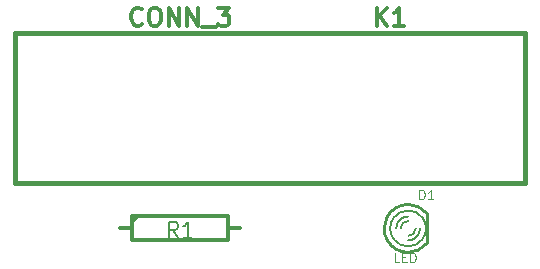
<source format=gto>
G04 (created by PCBNEW (22-Jun-2014 BZR 4027)-stable) date Tue 01 Mar 2016 04:07:57 PM CST*
%MOIN*%
G04 Gerber Fmt 3.4, Leading zero omitted, Abs format*
%FSLAX34Y34*%
G01*
G70*
G90*
G04 APERTURE LIST*
%ADD10C,0.00590551*%
%ADD11C,0.012*%
%ADD12C,0.01*%
%ADD13C,0.006*%
%ADD14C,0.015*%
%ADD15C,0.008*%
%ADD16C,0.0035*%
G04 APERTURE END LIST*
G54D10*
G54D11*
X80000Y-48500D02*
X80400Y-48500D01*
X80400Y-48500D02*
X80400Y-48100D01*
X80400Y-48100D02*
X83600Y-48100D01*
X83600Y-48100D02*
X83600Y-48900D01*
X83600Y-48900D02*
X80400Y-48900D01*
X80400Y-48900D02*
X80400Y-48500D01*
X80400Y-48300D02*
X80600Y-48100D01*
X84000Y-48500D02*
X83600Y-48500D01*
G54D12*
X90220Y-49000D02*
X90220Y-48000D01*
G54D13*
X89139Y-48115D02*
G75*
G03X89000Y-48500I460J-384D01*
G74*
G01*
X89000Y-48500D02*
G75*
G03X89151Y-48897I599J0D01*
G74*
G01*
X90199Y-48500D02*
G75*
G03X90055Y-48110I-599J0D01*
G74*
G01*
X90060Y-48884D02*
G75*
G03X90200Y-48500I-460J384D01*
G74*
G01*
X90087Y-48150D02*
G75*
G03X89600Y-47900I-487J-349D01*
G74*
G01*
X89600Y-47900D02*
G75*
G03X89120Y-48139I0J-600D01*
G74*
G01*
X89600Y-49099D02*
G75*
G03X90072Y-48868I0J599D01*
G74*
G01*
X89126Y-48868D02*
G75*
G03X89600Y-49100I473J368D01*
G74*
G01*
X89600Y-48250D02*
G75*
G03X89350Y-48500I0J-250D01*
G74*
G01*
X89600Y-48100D02*
G75*
G03X89200Y-48500I0J-400D01*
G74*
G01*
X89600Y-48750D02*
G75*
G03X89850Y-48500I0J250D01*
G74*
G01*
X89600Y-48900D02*
G75*
G03X90000Y-48500I0J400D01*
G74*
G01*
G54D12*
X90213Y-47986D02*
G75*
G03X89600Y-47700I-613J-513D01*
G74*
G01*
X89600Y-47701D02*
G75*
G03X88895Y-48123I0J-799D01*
G74*
G01*
X89601Y-49298D02*
G75*
G03X90210Y-49015I-1J798D01*
G74*
G01*
X88905Y-48897D02*
G75*
G03X89600Y-49300I694J397D01*
G74*
G01*
X88895Y-48120D02*
G75*
G03X88800Y-48500I704J-379D01*
G74*
G01*
X88800Y-48500D02*
G75*
G03X88918Y-48918I799J0D01*
G74*
G01*
G54D14*
X76500Y-42000D02*
X93500Y-42000D01*
X93500Y-42000D02*
X93500Y-47000D01*
X93500Y-47000D02*
X76500Y-47000D01*
X76500Y-47000D02*
X76500Y-42000D01*
G54D15*
X81916Y-48822D02*
X81750Y-48560D01*
X81630Y-48822D02*
X81630Y-48272D01*
X81821Y-48272D01*
X81869Y-48298D01*
X81892Y-48325D01*
X81916Y-48377D01*
X81916Y-48455D01*
X81892Y-48508D01*
X81869Y-48534D01*
X81821Y-48560D01*
X81630Y-48560D01*
X82392Y-48822D02*
X82107Y-48822D01*
X82250Y-48822D02*
X82250Y-48272D01*
X82202Y-48351D01*
X82154Y-48403D01*
X82107Y-48429D01*
G54D16*
X89978Y-47521D02*
X89978Y-47221D01*
X90050Y-47221D01*
X90092Y-47235D01*
X90121Y-47264D01*
X90135Y-47292D01*
X90150Y-47350D01*
X90150Y-47392D01*
X90135Y-47450D01*
X90121Y-47478D01*
X90092Y-47507D01*
X90050Y-47521D01*
X89978Y-47521D01*
X90435Y-47521D02*
X90264Y-47521D01*
X90350Y-47521D02*
X90350Y-47221D01*
X90321Y-47264D01*
X90292Y-47292D01*
X90264Y-47307D01*
X89307Y-49621D02*
X89164Y-49621D01*
X89164Y-49321D01*
X89407Y-49464D02*
X89507Y-49464D01*
X89550Y-49621D02*
X89407Y-49621D01*
X89407Y-49321D01*
X89550Y-49321D01*
X89678Y-49621D02*
X89678Y-49321D01*
X89750Y-49321D01*
X89792Y-49335D01*
X89821Y-49364D01*
X89835Y-49392D01*
X89850Y-49450D01*
X89850Y-49492D01*
X89835Y-49550D01*
X89821Y-49578D01*
X89792Y-49607D01*
X89750Y-49621D01*
X89678Y-49621D01*
G54D11*
X88557Y-41742D02*
X88557Y-41142D01*
X88900Y-41742D02*
X88642Y-41400D01*
X88900Y-41142D02*
X88557Y-41485D01*
X89471Y-41742D02*
X89128Y-41742D01*
X89300Y-41742D02*
X89300Y-41142D01*
X89242Y-41228D01*
X89185Y-41285D01*
X89128Y-41314D01*
X80728Y-41685D02*
X80700Y-41714D01*
X80614Y-41742D01*
X80557Y-41742D01*
X80471Y-41714D01*
X80414Y-41657D01*
X80385Y-41600D01*
X80357Y-41485D01*
X80357Y-41400D01*
X80385Y-41285D01*
X80414Y-41228D01*
X80471Y-41171D01*
X80557Y-41142D01*
X80614Y-41142D01*
X80700Y-41171D01*
X80728Y-41200D01*
X81100Y-41142D02*
X81214Y-41142D01*
X81271Y-41171D01*
X81328Y-41228D01*
X81357Y-41342D01*
X81357Y-41542D01*
X81328Y-41657D01*
X81271Y-41714D01*
X81214Y-41742D01*
X81100Y-41742D01*
X81042Y-41714D01*
X80985Y-41657D01*
X80957Y-41542D01*
X80957Y-41342D01*
X80985Y-41228D01*
X81042Y-41171D01*
X81100Y-41142D01*
X81614Y-41742D02*
X81614Y-41142D01*
X81957Y-41742D01*
X81957Y-41142D01*
X82242Y-41742D02*
X82242Y-41142D01*
X82585Y-41742D01*
X82585Y-41142D01*
X82728Y-41800D02*
X83185Y-41800D01*
X83271Y-41142D02*
X83642Y-41142D01*
X83442Y-41371D01*
X83528Y-41371D01*
X83585Y-41400D01*
X83614Y-41428D01*
X83642Y-41485D01*
X83642Y-41628D01*
X83614Y-41685D01*
X83585Y-41714D01*
X83528Y-41742D01*
X83357Y-41742D01*
X83300Y-41714D01*
X83271Y-41685D01*
M02*

</source>
